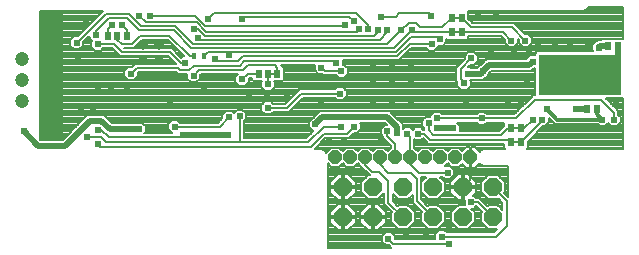
<source format=gbl>
G75*
%MOIN*%
%OFA0B0*%
%FSLAX24Y24*%
%IPPOS*%
%LPD*%
%AMOC8*
5,1,8,0,0,1.08239X$1,22.5*
%
%ADD10R,0.0157X0.0079*%
%ADD11C,0.0320*%
%ADD12R,0.0230X0.0315*%
%ADD13R,0.0157X0.0236*%
%ADD14R,0.0787X0.4094*%
%ADD15R,0.2756X0.1378*%
%ADD16OC8,0.0436*%
%ADD17OC8,0.0600*%
%ADD18C,0.0079*%
%ADD19C,0.0238*%
%ADD20C,0.0472*%
%ADD21C,0.0059*%
%ADD22C,0.0071*%
%ADD23C,0.0197*%
%ADD24C,0.0118*%
D10*
X013580Y006481D03*
X019721Y007859D03*
X019721Y008331D03*
X021690Y004670D03*
X021690Y004198D03*
D11*
X009781Y006934D03*
X009269Y006934D03*
X009269Y007446D03*
X009781Y007446D03*
D12*
X008718Y007741D03*
X008403Y007741D03*
X008088Y007741D03*
X013107Y006481D03*
X013422Y006481D03*
X013737Y006481D03*
X019551Y007859D03*
X019891Y007859D03*
X019891Y008331D03*
X019551Y008331D03*
X024748Y007387D03*
X025088Y007387D03*
X024380Y005300D03*
X024040Y005300D03*
X021860Y004670D03*
X021520Y004670D03*
X021520Y004198D03*
X021860Y004198D03*
D13*
X011296Y007052D03*
X010942Y007052D03*
D14*
X006178Y006466D03*
D15*
X023816Y006442D03*
D16*
X020160Y003686D03*
X019660Y003686D03*
X019160Y003686D03*
X018660Y003686D03*
X018160Y003686D03*
X017660Y003686D03*
X017160Y003686D03*
X016660Y003686D03*
X016160Y003686D03*
X015660Y003686D03*
D17*
X015922Y002690D03*
X016922Y002690D03*
X017922Y002690D03*
X018922Y002690D03*
X019922Y002690D03*
X020922Y002690D03*
X020922Y001690D03*
X019922Y001690D03*
X018922Y001690D03*
X017922Y001690D03*
X016922Y001690D03*
X015922Y001690D03*
D18*
X015883Y001693D02*
X015411Y001693D01*
X015411Y001616D02*
X015483Y001616D01*
X015483Y001650D02*
X015483Y001508D01*
X015740Y001250D01*
X015883Y001250D01*
X015883Y001650D01*
X015962Y001650D01*
X015962Y001729D01*
X016362Y001729D01*
X016362Y001872D01*
X016104Y002129D01*
X015962Y002129D01*
X015962Y001729D01*
X015883Y001729D01*
X015883Y001650D01*
X015483Y001650D01*
X015483Y001729D02*
X015883Y001729D01*
X015883Y002129D01*
X015740Y002129D01*
X015483Y001872D01*
X015483Y001729D01*
X015483Y001771D02*
X015411Y001771D01*
X015411Y001848D02*
X015483Y001848D01*
X015536Y001925D02*
X015411Y001925D01*
X015411Y002002D02*
X015613Y002002D01*
X015691Y002080D02*
X015411Y002080D01*
X015411Y002157D02*
X017299Y002157D01*
X017299Y002117D02*
X017542Y001874D01*
X017523Y001855D01*
X017523Y001524D01*
X017757Y001290D01*
X018088Y001290D01*
X018322Y001524D01*
X018322Y001855D01*
X018088Y002089D01*
X017757Y002089D01*
X017738Y002070D01*
X017577Y002231D01*
X017577Y002470D01*
X017757Y002290D01*
X018088Y002290D01*
X018244Y002447D01*
X018244Y002172D01*
X018542Y001874D01*
X018523Y001855D01*
X018523Y001524D01*
X018757Y001290D01*
X019088Y001290D01*
X019322Y001524D01*
X019322Y001855D01*
X019088Y002089D01*
X018757Y002089D01*
X018738Y002070D01*
X018522Y002287D01*
X018522Y003035D01*
X018521Y003035D01*
X018703Y003035D01*
X018523Y002855D01*
X018523Y002524D01*
X018757Y002290D01*
X019088Y002290D01*
X019322Y002524D01*
X019322Y002855D01*
X019142Y003035D01*
X019236Y003035D01*
X019316Y002956D01*
X019497Y002956D01*
X019625Y003084D01*
X019695Y003084D01*
X019740Y003129D02*
X019483Y002872D01*
X019483Y002729D01*
X019883Y002729D01*
X019883Y002650D01*
X019962Y002650D01*
X019962Y002250D01*
X019975Y002250D01*
X019975Y002099D01*
X019986Y002089D01*
X019757Y002089D01*
X019523Y001855D01*
X019523Y001524D01*
X019757Y001290D01*
X020088Y001290D01*
X020322Y001524D01*
X020322Y001855D01*
X020205Y001971D01*
X020284Y001971D01*
X020364Y002051D01*
X020365Y002051D01*
X020542Y001874D01*
X020523Y001855D01*
X020523Y001524D01*
X020757Y001290D01*
X021067Y001290D01*
X020963Y001187D01*
X019380Y001187D01*
X019300Y001266D01*
X019119Y001266D01*
X018991Y001139D01*
X018991Y000958D01*
X018998Y000951D01*
X017656Y000951D01*
X017656Y001060D01*
X017528Y001188D01*
X017348Y001188D01*
X017220Y001060D01*
X017220Y000879D01*
X017348Y000751D01*
X017460Y000751D01*
X017536Y000675D01*
X015411Y000675D01*
X015411Y003486D01*
X015529Y003368D01*
X015792Y003368D01*
X015910Y003487D01*
X016029Y003368D01*
X016292Y003368D01*
X016410Y003487D01*
X016529Y003368D01*
X016536Y003368D01*
X016748Y003156D01*
X016815Y003089D01*
X016757Y003089D01*
X016523Y002855D01*
X016523Y002524D01*
X016757Y002290D01*
X017088Y002290D01*
X017299Y002502D01*
X017299Y002117D01*
X017336Y002080D02*
X017154Y002080D01*
X017104Y002129D02*
X016962Y002129D01*
X016962Y001729D01*
X017362Y001729D01*
X017362Y001872D01*
X017104Y002129D01*
X016962Y002080D02*
X016883Y002080D01*
X016883Y002129D02*
X016740Y002129D01*
X016483Y001872D01*
X016483Y001729D01*
X016883Y001729D01*
X016883Y001650D01*
X016962Y001650D01*
X016962Y001729D01*
X016883Y001729D01*
X016883Y002129D01*
X016883Y002002D02*
X016962Y002002D01*
X016962Y001925D02*
X016883Y001925D01*
X016883Y001848D02*
X016962Y001848D01*
X016962Y001771D02*
X016883Y001771D01*
X016883Y001693D02*
X015962Y001693D01*
X015962Y001650D02*
X016362Y001650D01*
X016362Y001508D01*
X016104Y001250D01*
X015962Y001250D01*
X015962Y001650D01*
X015962Y001616D02*
X015883Y001616D01*
X015883Y001539D02*
X015962Y001539D01*
X015962Y001462D02*
X015883Y001462D01*
X015883Y001384D02*
X015962Y001384D01*
X015962Y001307D02*
X015883Y001307D01*
X015684Y001307D02*
X015411Y001307D01*
X015411Y001230D02*
X019083Y001230D01*
X019104Y001307D02*
X019740Y001307D01*
X019663Y001384D02*
X019182Y001384D01*
X019259Y001462D02*
X019586Y001462D01*
X019523Y001539D02*
X019322Y001539D01*
X019322Y001616D02*
X019523Y001616D01*
X019523Y001693D02*
X019322Y001693D01*
X019322Y001771D02*
X019523Y001771D01*
X019523Y001848D02*
X019322Y001848D01*
X019252Y001925D02*
X019593Y001925D01*
X019670Y002002D02*
X019175Y002002D01*
X019097Y002080D02*
X019747Y002080D01*
X019740Y002250D02*
X019883Y002250D01*
X019883Y002650D01*
X019483Y002650D01*
X019483Y002508D01*
X019740Y002250D01*
X019679Y002311D02*
X019109Y002311D01*
X019186Y002388D02*
X019602Y002388D01*
X019525Y002466D02*
X019263Y002466D01*
X019322Y002543D02*
X019483Y002543D01*
X019483Y002620D02*
X019322Y002620D01*
X019322Y002697D02*
X019883Y002697D01*
X019883Y002729D02*
X019883Y003129D01*
X019740Y003129D01*
X019625Y003161D02*
X021433Y003161D01*
X021433Y003238D02*
X019625Y003238D01*
X019625Y003264D02*
X019497Y003392D01*
X019316Y003392D01*
X019410Y003487D01*
X019529Y003368D01*
X019792Y003368D01*
X019882Y003459D01*
X020012Y003328D01*
X020141Y003328D01*
X020141Y003666D01*
X020180Y003666D01*
X020180Y003328D01*
X020309Y003328D01*
X020474Y003494D01*
X020489Y003469D01*
X020626Y003390D01*
X021433Y003390D01*
X021433Y002375D01*
X021303Y002505D01*
X021322Y002524D01*
X021322Y002855D01*
X021088Y003089D01*
X020757Y003089D01*
X020523Y002855D01*
X020523Y002524D01*
X020757Y002290D01*
X021088Y002290D01*
X021107Y002309D01*
X021236Y002180D01*
X021236Y001941D01*
X021088Y002089D01*
X020757Y002089D01*
X020738Y002070D01*
X020561Y002247D01*
X020480Y002329D01*
X020364Y002329D01*
X020284Y002408D01*
X020262Y002408D01*
X020362Y002508D01*
X020362Y002650D01*
X019962Y002650D01*
X019962Y002729D01*
X020362Y002729D01*
X020362Y002872D01*
X020104Y003129D01*
X019962Y003129D01*
X019962Y002729D01*
X019883Y002729D01*
X019883Y002775D02*
X019962Y002775D01*
X019962Y002852D02*
X019883Y002852D01*
X019883Y002929D02*
X019962Y002929D01*
X019962Y003006D02*
X019883Y003006D01*
X019883Y003084D02*
X019962Y003084D01*
X020150Y003084D02*
X020751Y003084D01*
X020674Y003006D02*
X020227Y003006D01*
X020160Y002928D02*
X020160Y003686D01*
X020141Y003706D02*
X020141Y004043D01*
X020012Y004043D01*
X019882Y003913D01*
X019792Y004003D01*
X019529Y004003D01*
X019410Y003885D01*
X019292Y004003D01*
X019029Y004003D01*
X018910Y003885D01*
X018792Y004003D01*
X018529Y004003D01*
X018410Y003885D01*
X018299Y003996D01*
X018299Y004287D01*
X018332Y004255D01*
X018513Y004255D01*
X018577Y004319D01*
X018677Y004219D01*
X018758Y004138D01*
X021306Y004138D01*
X021306Y003999D01*
X021323Y003982D01*
X020626Y003982D01*
X020489Y003903D01*
X020489Y003903D01*
X020489Y003903D01*
X020474Y003877D01*
X020309Y004043D01*
X020180Y004043D01*
X020180Y003706D01*
X020141Y003706D01*
X020141Y003779D02*
X020180Y003779D01*
X020180Y003856D02*
X020141Y003856D01*
X020141Y003933D02*
X020180Y003933D01*
X020180Y004011D02*
X020141Y004011D01*
X019980Y004011D02*
X018299Y004011D01*
X018299Y004088D02*
X021306Y004088D01*
X021306Y004011D02*
X020341Y004011D01*
X020419Y003933D02*
X020542Y003933D01*
X019902Y003933D02*
X019862Y003933D01*
X019459Y003933D02*
X019362Y003933D01*
X018959Y003933D02*
X018862Y003933D01*
X018459Y003933D02*
X018362Y003933D01*
X018299Y004165D02*
X018731Y004165D01*
X018654Y004242D02*
X018299Y004242D01*
X018160Y004381D02*
X018068Y004473D01*
X018160Y004381D02*
X018160Y003686D01*
X018160Y003475D01*
X018462Y003174D01*
X019407Y003174D01*
X019548Y003006D02*
X019618Y003006D01*
X019625Y003084D02*
X019625Y003264D01*
X019574Y003315D02*
X021433Y003315D01*
X021433Y003084D02*
X021093Y003084D01*
X021170Y003006D02*
X021433Y003006D01*
X021433Y002929D02*
X021248Y002929D01*
X021322Y002852D02*
X021433Y002852D01*
X021433Y002775D02*
X021322Y002775D01*
X021322Y002697D02*
X021433Y002697D01*
X021433Y002620D02*
X021322Y002620D01*
X021322Y002543D02*
X021433Y002543D01*
X021433Y002466D02*
X021342Y002466D01*
X021420Y002388D02*
X021433Y002388D01*
X021375Y002237D02*
X020922Y002690D01*
X020523Y002697D02*
X019962Y002697D01*
X019922Y002690D02*
X020160Y002928D01*
X020304Y002929D02*
X020597Y002929D01*
X020523Y002852D02*
X020362Y002852D01*
X020362Y002775D02*
X020523Y002775D01*
X020523Y002620D02*
X020362Y002620D01*
X020362Y002543D02*
X020523Y002543D01*
X020581Y002466D02*
X020320Y002466D01*
X020304Y002388D02*
X020659Y002388D01*
X020736Y002311D02*
X020497Y002311D01*
X020574Y002234D02*
X021182Y002234D01*
X021236Y002157D02*
X020651Y002157D01*
X020729Y002080D02*
X020747Y002080D01*
X020414Y002002D02*
X020315Y002002D01*
X020252Y001925D02*
X020491Y001925D01*
X020523Y001848D02*
X020322Y001848D01*
X020322Y001771D02*
X020523Y001771D01*
X020523Y001693D02*
X020322Y001693D01*
X020322Y001616D02*
X020523Y001616D01*
X020523Y001539D02*
X020322Y001539D01*
X020259Y001462D02*
X020586Y001462D01*
X020663Y001384D02*
X020182Y001384D01*
X020104Y001307D02*
X020740Y001307D01*
X021006Y001230D02*
X019337Y001230D01*
X019005Y001153D02*
X017564Y001153D01*
X017641Y001075D02*
X018991Y001075D01*
X018991Y000998D02*
X017656Y000998D01*
X017595Y000812D02*
X017438Y000969D01*
X017220Y000998D02*
X015411Y000998D01*
X015411Y000921D02*
X017220Y000921D01*
X017255Y000844D02*
X015411Y000844D01*
X015411Y000766D02*
X017332Y000766D01*
X017522Y000689D02*
X015411Y000689D01*
X015411Y001075D02*
X017235Y001075D01*
X017312Y001153D02*
X015411Y001153D01*
X015411Y001384D02*
X015606Y001384D01*
X015529Y001462D02*
X015411Y001462D01*
X015411Y001539D02*
X015483Y001539D01*
X015883Y001771D02*
X015962Y001771D01*
X015962Y001848D02*
X015883Y001848D01*
X015883Y001925D02*
X015962Y001925D01*
X015962Y002002D02*
X015883Y002002D01*
X015883Y002080D02*
X015962Y002080D01*
X015962Y002250D02*
X016104Y002250D01*
X016362Y002508D01*
X016362Y002650D01*
X015962Y002650D01*
X015962Y002729D01*
X016362Y002729D01*
X016362Y002872D01*
X016104Y003129D01*
X015962Y003129D01*
X015962Y002729D01*
X015883Y002729D01*
X015883Y002650D01*
X015962Y002650D01*
X015962Y002250D01*
X015962Y002311D02*
X015883Y002311D01*
X015883Y002250D02*
X015883Y002650D01*
X015483Y002650D01*
X015483Y002508D01*
X015740Y002250D01*
X015883Y002250D01*
X015679Y002311D02*
X015411Y002311D01*
X015411Y002234D02*
X017299Y002234D01*
X017299Y002311D02*
X017109Y002311D01*
X017186Y002388D02*
X017299Y002388D01*
X017299Y002466D02*
X017263Y002466D01*
X017577Y002466D02*
X017581Y002466D01*
X017577Y002388D02*
X017659Y002388D01*
X017736Y002311D02*
X017577Y002311D01*
X017577Y002234D02*
X018244Y002234D01*
X018244Y002311D02*
X018109Y002311D01*
X018186Y002388D02*
X018244Y002388D01*
X018522Y002388D02*
X018659Y002388D01*
X018736Y002311D02*
X018522Y002311D01*
X018574Y002234D02*
X019975Y002234D01*
X019975Y002157D02*
X018651Y002157D01*
X018729Y002080D02*
X018747Y002080D01*
X018491Y001925D02*
X018252Y001925D01*
X018322Y001848D02*
X018523Y001848D01*
X018523Y001771D02*
X018322Y001771D01*
X018322Y001693D02*
X018523Y001693D01*
X018523Y001616D02*
X018322Y001616D01*
X018322Y001539D02*
X018523Y001539D01*
X018586Y001462D02*
X018259Y001462D01*
X018182Y001384D02*
X018663Y001384D01*
X018740Y001307D02*
X018104Y001307D01*
X017740Y001307D02*
X017161Y001307D01*
X017104Y001250D02*
X017362Y001508D01*
X017362Y001650D01*
X016962Y001650D01*
X016962Y001250D01*
X017104Y001250D01*
X016962Y001307D02*
X016883Y001307D01*
X016883Y001250D02*
X016883Y001650D01*
X016483Y001650D01*
X016483Y001508D01*
X016740Y001250D01*
X016883Y001250D01*
X016883Y001384D02*
X016962Y001384D01*
X016962Y001462D02*
X016883Y001462D01*
X016883Y001539D02*
X016962Y001539D01*
X016962Y001616D02*
X016883Y001616D01*
X016962Y001693D02*
X017523Y001693D01*
X017523Y001616D02*
X017362Y001616D01*
X017362Y001539D02*
X017523Y001539D01*
X017586Y001462D02*
X017315Y001462D01*
X017238Y001384D02*
X017663Y001384D01*
X017922Y001690D02*
X017438Y002174D01*
X017438Y002898D01*
X017123Y003213D01*
X016887Y003213D01*
X016660Y003440D01*
X016660Y003686D01*
X016427Y003470D02*
X016393Y003470D01*
X016316Y003393D02*
X016505Y003393D01*
X016589Y003315D02*
X015411Y003315D01*
X015411Y003238D02*
X016666Y003238D01*
X016743Y003161D02*
X015411Y003161D01*
X015411Y003084D02*
X015695Y003084D01*
X015740Y003129D02*
X015483Y002872D01*
X015483Y002729D01*
X015883Y002729D01*
X015883Y003129D01*
X015740Y003129D01*
X015883Y003084D02*
X015962Y003084D01*
X015962Y003006D02*
X015883Y003006D01*
X015883Y002929D02*
X015962Y002929D01*
X015962Y002852D02*
X015883Y002852D01*
X015883Y002775D02*
X015962Y002775D01*
X015962Y002697D02*
X016523Y002697D01*
X016523Y002620D02*
X016362Y002620D01*
X016362Y002543D02*
X016523Y002543D01*
X016581Y002466D02*
X016320Y002466D01*
X016242Y002388D02*
X016659Y002388D01*
X016736Y002311D02*
X016165Y002311D01*
X015962Y002388D02*
X015883Y002388D01*
X015883Y002466D02*
X015962Y002466D01*
X015962Y002543D02*
X015883Y002543D01*
X015883Y002620D02*
X015962Y002620D01*
X015883Y002697D02*
X015411Y002697D01*
X015411Y002620D02*
X015483Y002620D01*
X015483Y002543D02*
X015411Y002543D01*
X015411Y002466D02*
X015525Y002466D01*
X015602Y002388D02*
X015411Y002388D01*
X016154Y002080D02*
X016691Y002080D01*
X016613Y002002D02*
X016231Y002002D01*
X016308Y001925D02*
X016536Y001925D01*
X016483Y001848D02*
X016362Y001848D01*
X016362Y001771D02*
X016483Y001771D01*
X016483Y001616D02*
X016362Y001616D01*
X016362Y001539D02*
X016483Y001539D01*
X016529Y001462D02*
X016315Y001462D01*
X016238Y001384D02*
X016606Y001384D01*
X016684Y001307D02*
X016161Y001307D01*
X017362Y001771D02*
X017523Y001771D01*
X017523Y001848D02*
X017362Y001848D01*
X017308Y001925D02*
X017491Y001925D01*
X017414Y002002D02*
X017231Y002002D01*
X017651Y002157D02*
X018259Y002157D01*
X018336Y002080D02*
X018097Y002080D01*
X018175Y002002D02*
X018414Y002002D01*
X018383Y002229D02*
X018922Y001690D01*
X017747Y002080D02*
X017729Y002080D01*
X018383Y002229D02*
X018383Y002977D01*
X018186Y003174D01*
X017438Y003174D01*
X017160Y003452D01*
X017160Y003686D01*
X016910Y003885D02*
X016792Y004003D01*
X016529Y004003D01*
X016410Y003885D01*
X016292Y004003D01*
X016029Y004003D01*
X015910Y003885D01*
X015792Y004003D01*
X015529Y004003D01*
X015367Y003842D01*
X015332Y003903D01*
X015195Y003982D01*
X014978Y003982D01*
X015330Y004334D01*
X016118Y004334D01*
X016274Y004491D01*
X016387Y004491D01*
X016515Y004619D01*
X016515Y004800D01*
X016488Y004827D01*
X017317Y004827D01*
X017373Y004770D01*
X017308Y004770D01*
X017180Y004642D01*
X017180Y004461D01*
X017260Y004382D01*
X017260Y004337D01*
X017522Y004075D01*
X017522Y003996D01*
X017410Y003885D01*
X017292Y004003D01*
X017029Y004003D01*
X016910Y003885D01*
X016862Y003933D02*
X016959Y003933D01*
X017362Y003933D02*
X017459Y003933D01*
X017522Y004011D02*
X015006Y004011D01*
X015083Y004088D02*
X017509Y004088D01*
X017432Y004165D02*
X015161Y004165D01*
X015238Y004242D02*
X017355Y004242D01*
X017277Y004320D02*
X015315Y004320D01*
X015273Y004473D02*
X016060Y004473D01*
X016296Y004709D01*
X016447Y004551D02*
X017180Y004551D01*
X017180Y004474D02*
X016257Y004474D01*
X016180Y004397D02*
X017245Y004397D01*
X017399Y004394D02*
X017660Y004133D01*
X017660Y003686D01*
X016751Y003084D02*
X016150Y003084D01*
X016227Y003006D02*
X016674Y003006D01*
X016597Y002929D02*
X016304Y002929D01*
X016362Y002852D02*
X016523Y002852D01*
X016523Y002775D02*
X016362Y002775D01*
X015618Y003006D02*
X015411Y003006D01*
X015411Y002929D02*
X015540Y002929D01*
X015483Y002852D02*
X015411Y002852D01*
X015411Y002775D02*
X015483Y002775D01*
X015505Y003393D02*
X015411Y003393D01*
X015411Y003470D02*
X015427Y003470D01*
X015816Y003393D02*
X016005Y003393D01*
X015927Y003470D02*
X015893Y003470D01*
X015382Y003856D02*
X015359Y003856D01*
X015332Y003903D02*
X015332Y003903D01*
X015279Y003933D02*
X015459Y003933D01*
X015862Y003933D02*
X015959Y003933D01*
X016362Y003933D02*
X016459Y003933D01*
X017399Y004394D02*
X017399Y004552D01*
X017243Y004706D02*
X016515Y004706D01*
X016515Y004783D02*
X017360Y004783D01*
X017180Y004628D02*
X016515Y004628D01*
X015863Y004709D02*
X015273Y004709D01*
X014761Y004198D01*
X012477Y004198D01*
X012477Y005064D01*
X012616Y004894D02*
X012696Y004973D01*
X012696Y005154D01*
X012568Y005282D01*
X012387Y005282D01*
X012281Y005176D01*
X012214Y005243D01*
X012033Y005243D01*
X011905Y005115D01*
X011905Y005002D01*
X011751Y004848D01*
X010482Y004848D01*
X010402Y004928D01*
X010222Y004928D01*
X010094Y004800D01*
X010094Y004619D01*
X010219Y004494D01*
X009303Y004494D01*
X009349Y004540D01*
X009349Y004721D01*
X009221Y004849D01*
X009040Y004849D01*
X009020Y004829D01*
X008229Y004829D01*
X008069Y004988D01*
X007953Y005104D01*
X007557Y005104D01*
X007555Y005106D01*
X007475Y005104D01*
X007395Y005104D01*
X007393Y005102D01*
X007391Y005102D01*
X007336Y005044D01*
X007280Y004988D01*
X007280Y004985D01*
X006586Y004258D01*
X005847Y004258D01*
X005824Y004281D01*
X005824Y008557D01*
X007914Y008557D01*
X007080Y007723D01*
X006954Y007723D01*
X006826Y007595D01*
X006826Y007414D01*
X006954Y007286D01*
X007135Y007286D01*
X007263Y007414D01*
X007263Y007541D01*
X007456Y007734D01*
X007456Y007690D01*
X007562Y007583D01*
X007535Y007556D01*
X007535Y007375D01*
X007662Y007247D01*
X007843Y007247D01*
X007923Y007327D01*
X008227Y007327D01*
X008503Y007051D01*
X008618Y007051D01*
X008621Y007055D01*
X010093Y007055D01*
X010353Y006795D01*
X008987Y006795D01*
X008891Y006700D01*
X008765Y006700D01*
X008637Y006572D01*
X008637Y006391D01*
X008765Y006263D01*
X008946Y006263D01*
X009074Y006391D01*
X009074Y006517D01*
X009094Y006537D01*
X010357Y006537D01*
X010424Y006470D01*
X010724Y006470D01*
X010724Y006312D01*
X010851Y006184D01*
X011032Y006184D01*
X011160Y006312D01*
X011160Y006425D01*
X011196Y006460D01*
X012423Y006460D01*
X012338Y006375D01*
X012338Y006194D01*
X012466Y006066D01*
X012647Y006066D01*
X012775Y006194D01*
X012775Y006306D01*
X012810Y006342D01*
X012893Y006342D01*
X012893Y006282D01*
X012951Y006224D01*
X013211Y006224D01*
X013204Y006217D01*
X013204Y006036D01*
X013332Y005908D01*
X013513Y005908D01*
X013641Y006036D01*
X013641Y006217D01*
X013634Y006224D01*
X013893Y006224D01*
X013952Y006282D01*
X013952Y006680D01*
X013893Y006738D01*
X013873Y006738D01*
X013846Y006766D01*
X014975Y006766D01*
X014975Y006587D01*
X015103Y006460D01*
X015216Y006460D01*
X015255Y006421D01*
X015693Y006421D01*
X015773Y006341D01*
X015954Y006341D01*
X016082Y006469D01*
X016082Y006650D01*
X015954Y006778D01*
X015924Y006778D01*
X015924Y006923D01*
X017787Y006923D01*
X018200Y007336D01*
X018695Y007336D01*
X018785Y007247D01*
X018965Y007247D01*
X019093Y007375D01*
X019093Y007404D01*
X019241Y007404D01*
X019369Y007532D01*
X019369Y007628D01*
X019395Y007602D01*
X019708Y007602D01*
X019721Y007616D01*
X019735Y007602D01*
X020048Y007602D01*
X020106Y007660D01*
X020106Y007720D01*
X021199Y007720D01*
X021314Y007606D01*
X021314Y007493D01*
X021442Y007365D01*
X021623Y007365D01*
X021751Y007493D01*
X021751Y007641D01*
X021751Y007641D01*
X021787Y007606D01*
X021787Y007493D01*
X021914Y007365D01*
X022095Y007365D01*
X022223Y007493D01*
X022223Y007674D01*
X022095Y007802D01*
X021983Y007802D01*
X021629Y008155D01*
X020264Y008155D01*
X020106Y008313D01*
X020106Y008530D01*
X020079Y008557D01*
X023935Y008557D01*
X024072Y008636D01*
X024072Y008636D01*
X024072Y008636D01*
X024101Y008686D01*
X025252Y008686D01*
X025252Y007636D01*
X025244Y007643D01*
X024932Y007643D01*
X024918Y007630D01*
X024904Y007643D01*
X024592Y007643D01*
X024534Y007585D01*
X024534Y007584D01*
X024403Y007584D01*
X024385Y007566D01*
X024355Y007566D01*
X024227Y007438D01*
X024227Y007257D01*
X024254Y007230D01*
X022397Y007230D01*
X022339Y007172D01*
X022339Y007086D01*
X022332Y007093D01*
X022151Y007093D01*
X022023Y006965D01*
X022023Y006954D01*
X020703Y006954D01*
X020587Y006839D01*
X020526Y006778D01*
X020497Y006778D01*
X020398Y006679D01*
X020187Y006679D01*
X020166Y006700D01*
X020097Y006700D01*
X020172Y006774D01*
X020284Y006774D01*
X020412Y006902D01*
X020412Y007083D01*
X020284Y007211D01*
X020103Y007211D01*
X019975Y007083D01*
X019975Y006971D01*
X019782Y006777D01*
X019701Y006696D01*
X019701Y006227D01*
X019739Y006188D01*
X019739Y006076D01*
X019867Y005948D01*
X020048Y005948D01*
X020176Y006076D01*
X020176Y006257D01*
X020168Y006265D01*
X020187Y006283D01*
X020591Y006283D01*
X020649Y006341D01*
X020678Y006341D01*
X020806Y006469D01*
X020806Y006499D01*
X020866Y006559D01*
X022205Y006559D01*
X022302Y006656D01*
X022332Y006656D01*
X022339Y006663D01*
X022339Y005754D01*
X022262Y005754D01*
X022181Y005672D01*
X021632Y005124D01*
X020718Y005124D01*
X020639Y005203D01*
X020458Y005203D01*
X020378Y005124D01*
X019222Y005124D01*
X019143Y005203D01*
X018962Y005203D01*
X018834Y005076D01*
X018834Y005046D01*
X018686Y005046D01*
X018558Y004918D01*
X018558Y004737D01*
X018638Y004657D01*
X018638Y004612D01*
X018592Y004612D01*
X018513Y004692D01*
X018332Y004692D01*
X018245Y004605D01*
X018158Y004692D01*
X017977Y004692D01*
X017911Y004626D01*
X017911Y004791D01*
X017596Y005106D01*
X017481Y005222D01*
X015151Y005222D01*
X014936Y005007D01*
X014907Y005007D01*
X014779Y004879D01*
X014779Y004698D01*
X014907Y004570D01*
X014937Y004570D01*
X014703Y004336D01*
X012616Y004336D01*
X012616Y004894D01*
X012616Y004860D02*
X014779Y004860D01*
X014779Y004783D02*
X012616Y004783D01*
X012616Y004706D02*
X014779Y004706D01*
X014848Y004628D02*
X012616Y004628D01*
X012616Y004551D02*
X014918Y004551D01*
X014841Y004474D02*
X012616Y004474D01*
X012616Y004397D02*
X014764Y004397D01*
X014840Y004040D02*
X015273Y004473D01*
X014840Y004040D02*
X007832Y004040D01*
X007753Y004119D01*
X007871Y004355D02*
X008029Y004198D01*
X012477Y004198D01*
X011808Y004709D02*
X010312Y004709D01*
X010161Y004551D02*
X009349Y004551D01*
X009349Y004628D02*
X010094Y004628D01*
X010094Y004706D02*
X009349Y004706D01*
X009288Y004783D02*
X010094Y004783D01*
X010154Y004860D02*
X008197Y004860D01*
X008120Y004937D02*
X011840Y004937D01*
X011905Y005015D02*
X008042Y005015D01*
X007965Y005092D02*
X011905Y005092D01*
X011959Y005169D02*
X005824Y005169D01*
X005824Y005092D02*
X007381Y005092D01*
X007306Y005015D02*
X005824Y005015D01*
X005824Y004937D02*
X007234Y004937D01*
X007160Y004860D02*
X005824Y004860D01*
X005824Y004783D02*
X007086Y004783D01*
X007013Y004706D02*
X005824Y004706D01*
X005824Y004628D02*
X006939Y004628D01*
X006866Y004551D02*
X005824Y004551D01*
X005824Y004474D02*
X006792Y004474D01*
X006718Y004397D02*
X005824Y004397D01*
X005824Y004320D02*
X006645Y004320D01*
X007399Y004355D02*
X007871Y004355D01*
X008107Y004355D02*
X007871Y004591D01*
X007753Y004591D01*
X008107Y004355D02*
X010509Y004355D01*
X010588Y004434D01*
X010470Y004860D02*
X011763Y004860D01*
X011808Y004709D02*
X012123Y005024D01*
X012351Y005246D02*
X005824Y005246D01*
X005824Y005324D02*
X013204Y005324D01*
X013204Y005249D02*
X013332Y005121D01*
X013513Y005121D01*
X013592Y005201D01*
X014110Y005201D01*
X014582Y005673D01*
X015654Y005673D01*
X015733Y005593D01*
X015914Y005593D01*
X016042Y005721D01*
X016042Y005902D01*
X015914Y006030D01*
X015733Y006030D01*
X015654Y005951D01*
X014467Y005951D01*
X014386Y005869D01*
X013995Y005478D01*
X013592Y005478D01*
X013513Y005558D01*
X013332Y005558D01*
X013204Y005430D01*
X013204Y005249D01*
X013206Y005246D02*
X012604Y005246D01*
X012681Y005169D02*
X013284Y005169D01*
X013561Y005169D02*
X015098Y005169D01*
X015021Y005092D02*
X012696Y005092D01*
X012696Y005015D02*
X014944Y005015D01*
X014837Y004937D02*
X012660Y004937D01*
X013204Y005401D02*
X005824Y005401D01*
X005824Y005478D02*
X013252Y005478D01*
X013329Y005555D02*
X005824Y005555D01*
X005824Y005633D02*
X014149Y005633D01*
X014226Y005710D02*
X005824Y005710D01*
X005824Y005787D02*
X014304Y005787D01*
X014381Y005864D02*
X005824Y005864D01*
X005824Y005942D02*
X013299Y005942D01*
X013221Y006019D02*
X005824Y006019D01*
X005824Y006096D02*
X012435Y006096D01*
X012358Y006173D02*
X005824Y006173D01*
X005824Y006251D02*
X010785Y006251D01*
X010724Y006328D02*
X009011Y006328D01*
X009074Y006405D02*
X010724Y006405D01*
X010942Y006402D02*
X011139Y006599D01*
X012595Y006599D01*
X012753Y006757D01*
X013658Y006757D01*
X013737Y006678D01*
X013737Y006481D01*
X013952Y006482D02*
X015081Y006482D01*
X015003Y006559D02*
X013952Y006559D01*
X013952Y006637D02*
X014975Y006637D01*
X014975Y006714D02*
X013917Y006714D01*
X013422Y006599D02*
X013422Y006481D01*
X013422Y006127D01*
X013204Y006096D02*
X012677Y006096D01*
X012754Y006173D02*
X013204Y006173D01*
X012925Y006251D02*
X012775Y006251D01*
X012796Y006328D02*
X012893Y006328D01*
X012753Y006481D02*
X012556Y006284D01*
X012338Y006251D02*
X011099Y006251D01*
X011160Y006328D02*
X012338Y006328D01*
X012368Y006405D02*
X011160Y006405D01*
X010412Y006482D02*
X009074Y006482D01*
X008702Y006637D02*
X005824Y006637D01*
X005824Y006714D02*
X008906Y006714D01*
X008983Y006791D02*
X005824Y006791D01*
X005824Y006868D02*
X010280Y006868D01*
X010202Y006946D02*
X005824Y006946D01*
X005824Y007023D02*
X010125Y007023D01*
X010212Y007329D02*
X010531Y007009D01*
X010576Y007054D01*
X010626Y007054D01*
X010077Y007602D01*
X009228Y007602D01*
X009033Y007408D01*
X008952Y007327D01*
X008619Y007327D01*
X008621Y007325D01*
X010093Y007325D01*
X010097Y007329D01*
X010212Y007329D01*
X010270Y007409D02*
X009035Y007409D01*
X009112Y007486D02*
X010193Y007486D01*
X010116Y007564D02*
X009189Y007564D01*
X009170Y007741D02*
X008895Y007465D01*
X008540Y007465D01*
X008403Y007603D01*
X008403Y007741D01*
X009170Y007741D02*
X010135Y007741D01*
X010824Y007052D01*
X010942Y007052D01*
X010579Y007100D02*
X010440Y007100D01*
X010502Y007177D02*
X010363Y007177D01*
X010425Y007255D02*
X010286Y007255D01*
X010348Y007332D02*
X008957Y007332D01*
X008560Y007190D02*
X008284Y007465D01*
X007753Y007465D01*
X007535Y007486D02*
X007263Y007486D01*
X007258Y007409D02*
X007535Y007409D01*
X007578Y007332D02*
X007180Y007332D01*
X006908Y007332D02*
X005824Y007332D01*
X005824Y007409D02*
X006831Y007409D01*
X006826Y007486D02*
X005824Y007486D01*
X005824Y007564D02*
X006826Y007564D01*
X006872Y007641D02*
X005824Y007641D01*
X005824Y007718D02*
X006949Y007718D01*
X007153Y007795D02*
X005824Y007795D01*
X005824Y007873D02*
X007230Y007873D01*
X007307Y007950D02*
X005824Y007950D01*
X005824Y008027D02*
X007384Y008027D01*
X007462Y008104D02*
X005824Y008104D01*
X005824Y008182D02*
X007539Y008182D01*
X007616Y008259D02*
X005824Y008259D01*
X005824Y008336D02*
X007693Y008336D01*
X007771Y008413D02*
X005824Y008413D01*
X005824Y008490D02*
X007848Y008490D01*
X007456Y007718D02*
X007440Y007718D01*
X007505Y007641D02*
X007363Y007641D01*
X007285Y007564D02*
X007542Y007564D01*
X007655Y007255D02*
X005824Y007255D01*
X005824Y007177D02*
X008376Y007177D01*
X008453Y007100D02*
X005824Y007100D01*
X005824Y006559D02*
X008637Y006559D01*
X008637Y006482D02*
X005824Y006482D01*
X005824Y006405D02*
X008637Y006405D01*
X008700Y006328D02*
X005824Y006328D01*
X007851Y007255D02*
X008299Y007255D01*
X010155Y007190D02*
X010509Y006835D01*
X010666Y006835D01*
X010545Y007023D02*
X010518Y007023D01*
X012753Y006481D02*
X013107Y006481D01*
X013641Y006173D02*
X019739Y006173D01*
X019739Y006096D02*
X013641Y006096D01*
X013623Y006019D02*
X015722Y006019D01*
X015926Y006019D02*
X019796Y006019D01*
X020119Y006019D02*
X022339Y006019D01*
X022339Y006096D02*
X020176Y006096D01*
X020176Y006173D02*
X022339Y006173D01*
X022339Y006251D02*
X020176Y006251D01*
X019958Y006166D02*
X019840Y006284D01*
X019840Y006639D01*
X020194Y006993D01*
X020412Y007023D02*
X022080Y007023D01*
X022339Y007100D02*
X020396Y007100D01*
X020318Y007177D02*
X022344Y007177D01*
X022139Y007409D02*
X024227Y007409D01*
X024227Y007332D02*
X019050Y007332D01*
X018973Y007255D02*
X024230Y007255D01*
X024276Y007486D02*
X022217Y007486D01*
X022223Y007564D02*
X024353Y007564D01*
X024590Y007641D02*
X022223Y007641D01*
X022179Y007718D02*
X025252Y007718D01*
X025247Y007641D02*
X025252Y007641D01*
X025252Y007795D02*
X022102Y007795D01*
X021912Y007873D02*
X025252Y007873D01*
X025252Y007950D02*
X021835Y007950D01*
X021758Y008027D02*
X025252Y008027D01*
X025252Y008104D02*
X021680Y008104D01*
X021572Y008017D02*
X022005Y007583D01*
X021787Y007564D02*
X021751Y007564D01*
X021744Y007486D02*
X021793Y007486D01*
X021870Y007409D02*
X021667Y007409D01*
X021398Y007409D02*
X019246Y007409D01*
X019323Y007486D02*
X021321Y007486D01*
X021314Y007564D02*
X019369Y007564D01*
X019551Y007859D02*
X018304Y007859D01*
X018225Y007938D01*
X018344Y008174D02*
X018501Y008017D01*
X019237Y008017D01*
X019551Y008331D01*
X019891Y008331D02*
X020206Y008017D01*
X021572Y008017D01*
X021257Y007859D02*
X021532Y007583D01*
X021279Y007641D02*
X020086Y007641D01*
X020106Y007718D02*
X021202Y007718D01*
X021257Y007859D02*
X019891Y007859D01*
X020238Y008182D02*
X025252Y008182D01*
X025252Y008259D02*
X020160Y008259D01*
X020106Y008336D02*
X025252Y008336D01*
X025252Y008413D02*
X020106Y008413D01*
X020106Y008490D02*
X025252Y008490D01*
X025252Y008568D02*
X023953Y008568D01*
X024077Y008645D02*
X025252Y008645D01*
X024930Y007641D02*
X024907Y007641D01*
X022339Y006637D02*
X022283Y006637D01*
X022339Y006559D02*
X022206Y006559D01*
X022339Y006482D02*
X020806Y006482D01*
X020742Y006405D02*
X022339Y006405D01*
X022339Y006328D02*
X020635Y006328D01*
X020433Y006714D02*
X020111Y006714D01*
X020301Y006791D02*
X020539Y006791D01*
X020616Y006868D02*
X020378Y006868D01*
X020412Y006946D02*
X020694Y006946D01*
X020069Y007177D02*
X018041Y007177D01*
X017964Y007100D02*
X019992Y007100D01*
X019975Y007023D02*
X017887Y007023D01*
X017809Y006946D02*
X019950Y006946D01*
X019873Y006868D02*
X015924Y006868D01*
X015924Y006791D02*
X019796Y006791D01*
X019782Y006777D02*
X019782Y006777D01*
X019719Y006714D02*
X016018Y006714D01*
X016082Y006637D02*
X019701Y006637D01*
X019701Y006559D02*
X016082Y006559D01*
X016082Y006482D02*
X019701Y006482D01*
X019701Y006405D02*
X016017Y006405D01*
X015863Y006560D02*
X015312Y006560D01*
X015194Y006678D01*
X015709Y006405D02*
X013952Y006405D01*
X013952Y006328D02*
X019701Y006328D01*
X019701Y006251D02*
X013920Y006251D01*
X013546Y005942D02*
X014458Y005942D01*
X014525Y005812D02*
X015824Y005812D01*
X016042Y005787D02*
X022339Y005787D01*
X022339Y005864D02*
X016042Y005864D01*
X016003Y005942D02*
X022339Y005942D01*
X022219Y005710D02*
X016031Y005710D01*
X015954Y005633D02*
X022141Y005633D01*
X022064Y005555D02*
X014464Y005555D01*
X014387Y005478D02*
X021987Y005478D01*
X021910Y005401D02*
X014310Y005401D01*
X014233Y005324D02*
X021832Y005324D01*
X021755Y005246D02*
X014155Y005246D01*
X014052Y005339D02*
X014525Y005812D01*
X014542Y005633D02*
X015694Y005633D01*
X014072Y005555D02*
X013515Y005555D01*
X013422Y005339D02*
X014052Y005339D01*
X017534Y005169D02*
X018927Y005169D01*
X018850Y005092D02*
X017611Y005092D01*
X017688Y005015D02*
X018655Y005015D01*
X018578Y004937D02*
X017765Y004937D01*
X017843Y004860D02*
X018558Y004860D01*
X018558Y004783D02*
X017911Y004783D01*
X017911Y004706D02*
X018590Y004706D01*
X018576Y004628D02*
X018638Y004628D01*
X018777Y004591D02*
X018934Y004434D01*
X021178Y004434D01*
X021414Y004670D01*
X021520Y004670D01*
X021306Y004758D02*
X021276Y004728D01*
X021121Y004573D01*
X019815Y004573D01*
X019822Y004580D01*
X019822Y004761D01*
X019736Y004846D01*
X020378Y004846D01*
X020458Y004767D01*
X020639Y004767D01*
X020718Y004846D01*
X021306Y004846D01*
X021306Y004758D01*
X021306Y004783D02*
X020655Y004783D01*
X020441Y004783D02*
X019799Y004783D01*
X019822Y004706D02*
X021254Y004706D01*
X021177Y004628D02*
X019822Y004628D01*
X020548Y004985D02*
X019052Y004985D01*
X018777Y004828D02*
X018777Y004591D01*
X018619Y004473D02*
X018422Y004473D01*
X018619Y004473D02*
X018816Y004276D01*
X021441Y004276D01*
X021520Y004198D01*
X021860Y004198D02*
X022556Y004894D01*
X022556Y004946D01*
X022775Y004937D02*
X022852Y004937D01*
X022775Y004860D02*
X022929Y004860D01*
X023002Y004787D02*
X024414Y004787D01*
X024474Y004727D01*
X024654Y004727D01*
X024761Y004834D01*
X024867Y004727D01*
X025048Y004727D01*
X025176Y004855D01*
X025176Y005036D01*
X025096Y005116D01*
X025096Y005239D01*
X025015Y005321D01*
X024682Y005653D01*
X025235Y005653D01*
X025252Y005670D01*
X025252Y003982D01*
X022057Y003982D01*
X022074Y003999D01*
X022074Y004216D01*
X022586Y004727D01*
X022647Y004727D01*
X022775Y004855D01*
X022775Y005015D01*
X022775Y005015D01*
X023002Y004787D01*
X022702Y004783D02*
X024418Y004783D01*
X024710Y004783D02*
X024812Y004783D01*
X025104Y004783D02*
X025252Y004783D01*
X025252Y004860D02*
X025176Y004860D01*
X025176Y004937D02*
X025252Y004937D01*
X025252Y005015D02*
X025176Y005015D01*
X025120Y005092D02*
X025252Y005092D01*
X025252Y005169D02*
X025096Y005169D01*
X025089Y005246D02*
X025252Y005246D01*
X025252Y005324D02*
X025012Y005324D01*
X024935Y005401D02*
X025252Y005401D01*
X025252Y005478D02*
X024858Y005478D01*
X024780Y005555D02*
X025252Y005555D01*
X025252Y005633D02*
X024703Y005633D01*
X024525Y005615D02*
X024958Y005182D01*
X024958Y004946D01*
X025252Y004706D02*
X022564Y004706D01*
X022487Y004628D02*
X025252Y004628D01*
X025252Y004551D02*
X022410Y004551D01*
X022333Y004474D02*
X025252Y004474D01*
X025252Y004397D02*
X022255Y004397D01*
X022178Y004320D02*
X025252Y004320D01*
X025252Y004242D02*
X022101Y004242D01*
X022074Y004165D02*
X025252Y004165D01*
X025252Y004088D02*
X022074Y004088D01*
X022074Y004011D02*
X025252Y004011D01*
X022241Y004946D02*
X021966Y004670D01*
X021860Y004670D01*
X021690Y004985D02*
X020548Y004985D01*
X020423Y005169D02*
X019177Y005169D01*
X018269Y004628D02*
X018222Y004628D01*
X017914Y004628D02*
X017911Y004628D01*
X020141Y003624D02*
X020180Y003624D01*
X020180Y003547D02*
X020141Y003547D01*
X020141Y003470D02*
X020180Y003470D01*
X020180Y003393D02*
X020141Y003393D01*
X019948Y003393D02*
X019816Y003393D01*
X019505Y003393D02*
X019316Y003393D01*
X019393Y003470D02*
X019427Y003470D01*
X019265Y003006D02*
X019170Y003006D01*
X019248Y002929D02*
X019540Y002929D01*
X019483Y002852D02*
X019322Y002852D01*
X019322Y002775D02*
X019483Y002775D01*
X019883Y002620D02*
X019962Y002620D01*
X019962Y002543D02*
X019883Y002543D01*
X019883Y002466D02*
X019962Y002466D01*
X019962Y002388D02*
X019883Y002388D01*
X019883Y002311D02*
X019962Y002311D01*
X020194Y002190D02*
X020422Y002190D01*
X020922Y001690D01*
X021175Y002002D02*
X021236Y002002D01*
X021236Y002080D02*
X021097Y002080D01*
X021375Y002237D02*
X021375Y001402D01*
X021021Y001048D01*
X019210Y001048D01*
X019446Y000812D02*
X017595Y000812D01*
X018522Y002466D02*
X018581Y002466D01*
X018523Y002543D02*
X018522Y002543D01*
X018522Y002620D02*
X018523Y002620D01*
X018522Y002697D02*
X018523Y002697D01*
X018522Y002775D02*
X018523Y002775D01*
X018522Y002852D02*
X018523Y002852D01*
X018522Y002929D02*
X018597Y002929D01*
X018522Y003006D02*
X018674Y003006D01*
X020373Y003393D02*
X020621Y003393D01*
X020489Y003469D02*
X020489Y003469D01*
X020489Y003469D01*
X020488Y003470D02*
X020450Y003470D01*
X021690Y004985D02*
X022320Y005615D01*
X024525Y005615D01*
X021678Y005169D02*
X020673Y005169D01*
X018777Y007255D02*
X018118Y007255D01*
X018195Y007332D02*
X018700Y007332D01*
X017871Y007938D02*
X018107Y008174D01*
X018344Y008174D01*
X017792Y008489D02*
X017674Y008371D01*
X017202Y008371D01*
X017792Y008489D02*
X018777Y008489D01*
X018855Y008410D01*
D19*
X018855Y008410D03*
X018225Y007938D03*
X017871Y007938D03*
X017399Y007938D03*
X017084Y007938D03*
X016769Y007957D03*
X016454Y007957D03*
X015981Y008095D03*
X016277Y008233D03*
X017202Y008371D03*
X019151Y007623D03*
X018875Y007465D03*
X019347Y007347D03*
X019761Y007347D03*
X020194Y006993D03*
X020863Y007229D03*
X021611Y007269D03*
X022123Y007229D03*
X022241Y006875D03*
X022438Y007505D03*
X022005Y007583D03*
X021532Y007583D03*
X022989Y007505D03*
X023501Y007505D03*
X024092Y007505D03*
X024446Y007347D03*
X022044Y006206D03*
X021493Y006324D03*
X020588Y006560D03*
X020076Y006481D03*
X019958Y006166D03*
X019308Y006402D03*
X018186Y006206D03*
X017556Y006206D03*
X016926Y006206D03*
X015863Y006560D03*
X015706Y006835D03*
X015194Y006678D03*
X014761Y006678D03*
X015155Y006048D03*
X015824Y005812D03*
X015194Y005457D03*
X014052Y005772D03*
X013383Y005772D03*
X012792Y005772D03*
X013422Y006127D03*
X012556Y006284D03*
X011296Y006009D03*
X010942Y006402D03*
X010273Y006402D03*
X010666Y006835D03*
X011651Y006973D03*
X012123Y007111D03*
X011080Y007682D03*
X010962Y007977D03*
X011414Y008292D03*
X012556Y008292D03*
X009485Y008410D03*
X009131Y008410D03*
X008540Y008095D03*
X008225Y008095D03*
X007359Y008292D03*
X007674Y007780D03*
X007753Y007465D03*
X007044Y007505D03*
X006178Y007702D03*
X006178Y008213D03*
X007084Y006954D03*
X008855Y006481D03*
X007753Y006048D03*
X008186Y005930D03*
X008737Y005891D03*
X009249Y005851D03*
X010155Y005497D03*
X009603Y004946D03*
X009131Y004631D03*
X010312Y004709D03*
X010588Y004434D03*
X012084Y004434D03*
X012753Y004631D03*
X013225Y004631D03*
X012477Y005064D03*
X012123Y005024D03*
X013422Y005339D03*
X014997Y004788D03*
X015863Y004709D03*
X016296Y004709D03*
X015942Y004237D03*
X015469Y004237D03*
X017202Y004237D03*
X017399Y004552D03*
X017714Y004513D03*
X018068Y004473D03*
X018422Y004473D03*
X019052Y004670D03*
X018777Y004828D03*
X019052Y004985D03*
X019603Y004670D03*
X020588Y004670D03*
X020548Y004985D03*
X020036Y005418D03*
X021414Y005536D03*
X021847Y005536D03*
X022714Y005300D03*
X022556Y004946D03*
X022241Y004946D03*
X023698Y005300D03*
X024564Y004946D03*
X024958Y004946D03*
X025036Y005457D03*
X019407Y003174D03*
X020194Y002190D03*
X019446Y001363D03*
X019210Y001048D03*
X018698Y001206D03*
X018029Y001127D03*
X017438Y000969D03*
X019446Y000812D03*
X007753Y004119D03*
X007399Y004355D03*
X007753Y004591D03*
X006178Y004355D03*
X005273Y004552D03*
X006178Y004867D03*
X007202Y005339D03*
X007595Y005261D03*
X007241Y006087D03*
X016926Y005576D03*
X017556Y005576D03*
X018186Y005576D03*
X018186Y006835D03*
X017556Y006835D03*
X016926Y006835D03*
X020430Y008371D03*
X021021Y008371D03*
D20*
X006178Y007190D03*
X005233Y006954D03*
X005233Y006269D03*
X005233Y005576D03*
X006178Y005379D03*
D21*
X008855Y006481D02*
X009040Y006666D01*
X010410Y006666D01*
X010477Y006599D01*
X010804Y006599D01*
X010942Y006737D01*
X012477Y006737D01*
X012635Y006894D01*
X015647Y006894D01*
X015706Y006835D01*
X017399Y007465D02*
X017871Y007938D01*
X017399Y007938D02*
X017399Y007859D01*
X017143Y007603D01*
X011158Y007603D01*
X011080Y007682D01*
X011316Y007741D02*
X016946Y007741D01*
X017084Y007879D01*
X017084Y007938D01*
X016769Y007957D02*
X016769Y008095D01*
X016355Y008509D01*
X011631Y008509D01*
X011414Y008292D01*
X011336Y008076D02*
X011001Y008410D01*
X009485Y008410D01*
X009347Y008194D02*
X009131Y008410D01*
X008777Y008469D02*
X009190Y008056D01*
X010332Y008056D01*
X010922Y007465D01*
X017399Y007465D01*
X017615Y007328D02*
X010863Y007328D01*
X010273Y007918D01*
X009131Y007918D01*
X008718Y008331D01*
X008107Y008331D01*
X007674Y007898D01*
X007674Y007780D01*
X008088Y007741D02*
X008088Y007957D01*
X008225Y008095D01*
X008540Y008095D02*
X008718Y007918D01*
X008718Y007741D01*
X008403Y007741D02*
X008403Y007682D01*
X009347Y008194D02*
X011040Y008194D01*
X011355Y007879D01*
X016375Y007879D01*
X016454Y007957D01*
X015981Y008095D02*
X015962Y008076D01*
X011336Y008076D01*
X011080Y007977D02*
X011316Y007741D01*
X011080Y007977D02*
X010962Y007977D01*
X012556Y008292D02*
X012635Y008371D01*
X016139Y008371D01*
X016277Y008233D01*
X017615Y007328D02*
X018225Y007938D01*
X018186Y007702D02*
X019072Y007702D01*
X019151Y007623D01*
X018875Y007465D02*
X018147Y007465D01*
X017733Y007052D01*
X012595Y007052D01*
X012438Y006894D01*
X011729Y006894D01*
X011651Y006973D01*
X011434Y007190D02*
X011296Y007052D01*
X011434Y007190D02*
X012123Y007190D01*
X012123Y007111D01*
X012123Y007190D02*
X017674Y007190D01*
X018186Y007702D01*
X008777Y008469D02*
X008009Y008469D01*
X007044Y007505D01*
D22*
X008560Y007190D02*
X010155Y007190D01*
D23*
X005765Y004060D02*
X005273Y004552D01*
X005765Y004060D02*
X006670Y004060D01*
X007477Y004906D01*
X007871Y004906D01*
X008147Y004631D01*
X009131Y004631D01*
X010588Y004434D02*
X012084Y004434D01*
X014997Y004788D02*
X015233Y005024D01*
X017399Y005024D01*
X017714Y004709D01*
X017714Y004513D01*
X019052Y004670D02*
X019603Y004670D01*
X023698Y005300D02*
X024040Y005300D01*
X023816Y006442D02*
X025088Y006442D01*
X025088Y007387D01*
X024748Y007387D02*
X024485Y007387D01*
X024446Y007347D01*
X022241Y006875D02*
X022123Y006757D01*
X020784Y006757D01*
X020588Y006560D01*
X020509Y006481D01*
X020076Y006481D01*
D24*
X022714Y005300D02*
X023068Y004946D01*
X024564Y004946D01*
X024380Y005130D01*
X024380Y005300D01*
M02*

</source>
